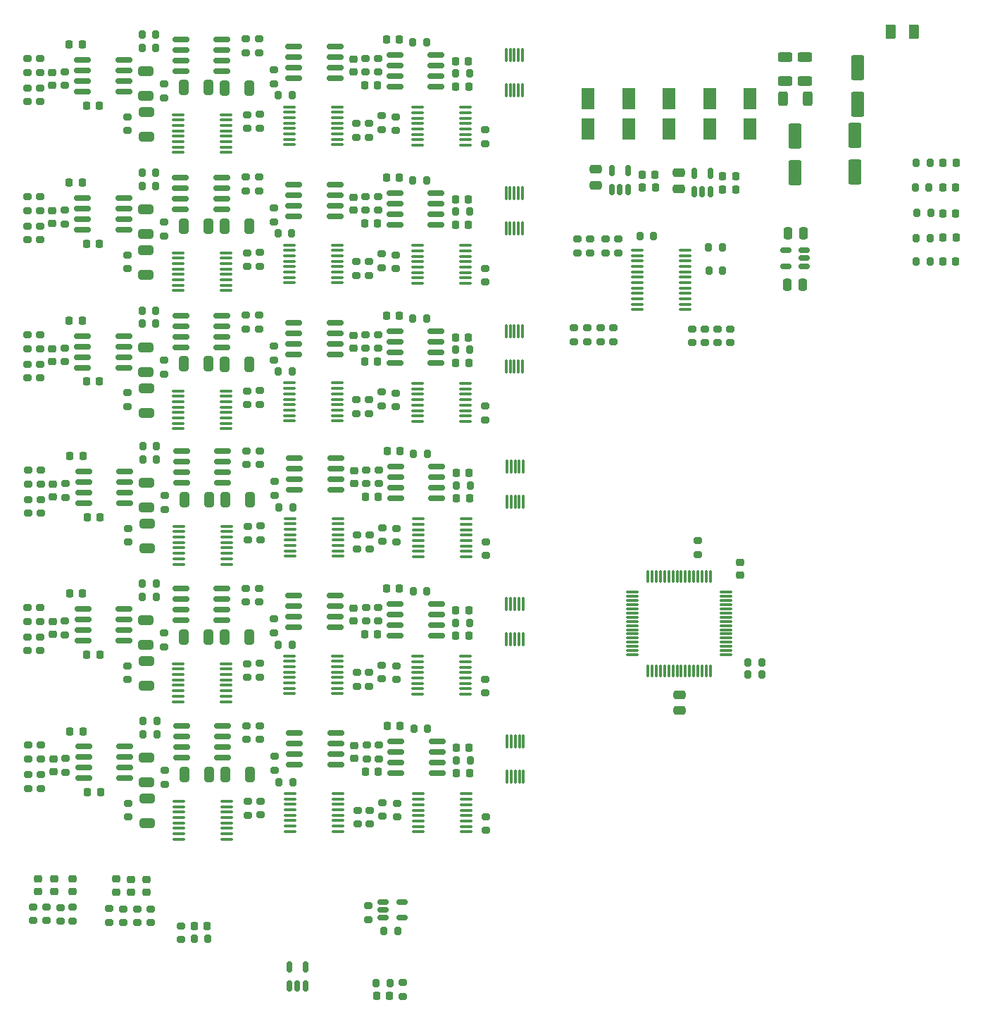
<source format=gtp>
G04 #@! TF.GenerationSoftware,KiCad,Pcbnew,8.0.3-8.0.3-0~ubuntu20.04.1*
G04 #@! TF.CreationDate,2024-09-26T03:44:41-03:00*
G04 #@! TF.ProjectId,EEG_board,4545475f-626f-4617-9264-2e6b69636164,rev?*
G04 #@! TF.SameCoordinates,Original*
G04 #@! TF.FileFunction,Paste,Top*
G04 #@! TF.FilePolarity,Positive*
%FSLAX46Y46*%
G04 Gerber Fmt 4.6, Leading zero omitted, Abs format (unit mm)*
G04 Created by KiCad (PCBNEW 8.0.3-8.0.3-0~ubuntu20.04.1) date 2024-09-26 03:44:41*
%MOMM*%
%LPD*%
G01*
G04 APERTURE LIST*
G04 Aperture macros list*
%AMRoundRect*
0 Rectangle with rounded corners*
0 $1 Rounding radius*
0 $2 $3 $4 $5 $6 $7 $8 $9 X,Y pos of 4 corners*
0 Add a 4 corners polygon primitive as box body*
4,1,4,$2,$3,$4,$5,$6,$7,$8,$9,$2,$3,0*
0 Add four circle primitives for the rounded corners*
1,1,$1+$1,$2,$3*
1,1,$1+$1,$4,$5*
1,1,$1+$1,$6,$7*
1,1,$1+$1,$8,$9*
0 Add four rect primitives between the rounded corners*
20,1,$1+$1,$2,$3,$4,$5,0*
20,1,$1+$1,$4,$5,$6,$7,0*
20,1,$1+$1,$6,$7,$8,$9,0*
20,1,$1+$1,$8,$9,$2,$3,0*%
G04 Aperture macros list end*
%ADD10RoundRect,0.200000X-0.275000X0.200000X-0.275000X-0.200000X0.275000X-0.200000X0.275000X0.200000X0*%
%ADD11RoundRect,0.100000X-0.637500X-0.100000X0.637500X-0.100000X0.637500X0.100000X-0.637500X0.100000X0*%
%ADD12RoundRect,0.200000X0.275000X-0.200000X0.275000X0.200000X-0.275000X0.200000X-0.275000X-0.200000X0*%
%ADD13RoundRect,0.200000X-0.200000X-0.275000X0.200000X-0.275000X0.200000X0.275000X-0.200000X0.275000X0*%
%ADD14RoundRect,0.150000X-0.825000X-0.150000X0.825000X-0.150000X0.825000X0.150000X-0.825000X0.150000X0*%
%ADD15RoundRect,0.200000X0.200000X0.275000X-0.200000X0.275000X-0.200000X-0.275000X0.200000X-0.275000X0*%
%ADD16RoundRect,0.225000X0.250000X-0.225000X0.250000X0.225000X-0.250000X0.225000X-0.250000X-0.225000X0*%
%ADD17RoundRect,0.225000X-0.225000X-0.250000X0.225000X-0.250000X0.225000X0.250000X-0.225000X0.250000X0*%
%ADD18RoundRect,0.218750X0.218750X0.256250X-0.218750X0.256250X-0.218750X-0.256250X0.218750X-0.256250X0*%
%ADD19RoundRect,0.250000X-0.650000X0.325000X-0.650000X-0.325000X0.650000X-0.325000X0.650000X0.325000X0*%
%ADD20RoundRect,0.250000X-0.312500X-0.625000X0.312500X-0.625000X0.312500X0.625000X-0.312500X0.625000X0*%
%ADD21RoundRect,0.225000X0.225000X0.250000X-0.225000X0.250000X-0.225000X-0.250000X0.225000X-0.250000X0*%
%ADD22RoundRect,0.250000X-0.550000X1.250000X-0.550000X-1.250000X0.550000X-1.250000X0.550000X1.250000X0*%
%ADD23RoundRect,0.250000X-0.325000X-0.650000X0.325000X-0.650000X0.325000X0.650000X-0.325000X0.650000X0*%
%ADD24RoundRect,0.150000X0.150000X-0.512500X0.150000X0.512500X-0.150000X0.512500X-0.150000X-0.512500X0*%
%ADD25RoundRect,0.250000X-0.475000X0.250000X-0.475000X-0.250000X0.475000X-0.250000X0.475000X0.250000X0*%
%ADD26RoundRect,0.250000X-0.550000X1.050000X-0.550000X-1.050000X0.550000X-1.050000X0.550000X1.050000X0*%
%ADD27RoundRect,0.087500X0.087500X-0.725000X0.087500X0.725000X-0.087500X0.725000X-0.087500X-0.725000X0*%
%ADD28RoundRect,0.250000X0.550000X-1.050000X0.550000X1.050000X-0.550000X1.050000X-0.550000X-1.050000X0*%
%ADD29RoundRect,0.150000X-0.512500X-0.150000X0.512500X-0.150000X0.512500X0.150000X-0.512500X0.150000X0*%
%ADD30RoundRect,0.225000X-0.250000X0.225000X-0.250000X-0.225000X0.250000X-0.225000X0.250000X0.225000X0*%
%ADD31RoundRect,0.250000X-0.625000X0.312500X-0.625000X-0.312500X0.625000X-0.312500X0.625000X0.312500X0*%
%ADD32RoundRect,0.250000X0.250000X0.475000X-0.250000X0.475000X-0.250000X-0.475000X0.250000X-0.475000X0*%
%ADD33RoundRect,0.250000X0.625000X-0.312500X0.625000X0.312500X-0.625000X0.312500X-0.625000X-0.312500X0*%
%ADD34RoundRect,0.075000X-0.662500X-0.075000X0.662500X-0.075000X0.662500X0.075000X-0.662500X0.075000X0*%
%ADD35RoundRect,0.075000X-0.075000X-0.662500X0.075000X-0.662500X0.075000X0.662500X-0.075000X0.662500X0*%
%ADD36RoundRect,0.250000X0.375000X0.625000X-0.375000X0.625000X-0.375000X-0.625000X0.375000X-0.625000X0*%
%ADD37RoundRect,0.250000X-0.250000X-0.475000X0.250000X-0.475000X0.250000X0.475000X-0.250000X0.475000X0*%
%ADD38RoundRect,0.150000X0.512500X0.150000X-0.512500X0.150000X-0.512500X-0.150000X0.512500X-0.150000X0*%
G04 APERTURE END LIST*
D10*
X40670000Y-78920000D03*
X40670000Y-80570000D03*
D11*
X83187928Y-116030000D03*
X83187928Y-116680000D03*
X83187928Y-117330000D03*
X83187928Y-117980000D03*
X83187928Y-118630000D03*
X83187928Y-119280000D03*
X83187928Y-119930000D03*
X83187928Y-120580000D03*
X88912928Y-120580000D03*
X88912928Y-119930000D03*
X88912928Y-119280000D03*
X88912928Y-118630000D03*
X88912928Y-117980000D03*
X88912928Y-117330000D03*
X88912928Y-116680000D03*
X88912928Y-116030000D03*
D12*
X37676464Y-99078822D03*
X37676464Y-97428822D03*
D13*
X66345000Y-131115000D03*
X67995000Y-131115000D03*
D12*
X77142500Y-164135000D03*
X77142500Y-162485000D03*
D14*
X42845000Y-126865000D03*
X42845000Y-128135000D03*
X42845000Y-129405000D03*
X42845000Y-130675000D03*
X47795000Y-130675000D03*
X47795000Y-129405000D03*
X47795000Y-128135000D03*
X47795000Y-126865000D03*
D12*
X36195000Y-128340000D03*
X36195000Y-126690000D03*
X36170000Y-78970000D03*
X36170000Y-77320000D03*
X78791464Y-102438822D03*
X78791464Y-100788822D03*
D15*
X51725000Y-141890000D03*
X50075000Y-141890000D03*
D13*
X109835000Y-82010000D03*
X111485000Y-82010000D03*
D14*
X68201464Y-92423822D03*
X68201464Y-93693822D03*
X68201464Y-94963822D03*
X68201464Y-96233822D03*
X73151464Y-96233822D03*
X73151464Y-94963822D03*
X73151464Y-93693822D03*
X73151464Y-92423822D03*
D16*
X39370000Y-160805000D03*
X39370000Y-159255000D03*
D14*
X80375000Y-60290000D03*
X80375000Y-61560000D03*
X80375000Y-62830000D03*
X80375000Y-64100000D03*
X85325000Y-64100000D03*
X85325000Y-62830000D03*
X85325000Y-61560000D03*
X85325000Y-60290000D03*
D17*
X43320000Y-132315000D03*
X44870000Y-132315000D03*
D13*
X82625000Y-141220000D03*
X84275000Y-141220000D03*
D16*
X75462928Y-111780000D03*
X75462928Y-110230000D03*
D14*
X80462928Y-109750000D03*
X80462928Y-111020000D03*
X80462928Y-112290000D03*
X80462928Y-113560000D03*
X85412928Y-113560000D03*
X85412928Y-112290000D03*
X85412928Y-111020000D03*
X85412928Y-109750000D03*
D11*
X83120000Y-132540000D03*
X83120000Y-133190000D03*
X83120000Y-133840000D03*
X83120000Y-134490000D03*
X83120000Y-135140000D03*
X83120000Y-135790000D03*
X83120000Y-136440000D03*
X83120000Y-137090000D03*
X88845000Y-137090000D03*
X88845000Y-136440000D03*
X88845000Y-135790000D03*
X88845000Y-135140000D03*
X88845000Y-134490000D03*
X88845000Y-133840000D03*
X88845000Y-133190000D03*
X88845000Y-132540000D03*
D10*
X75850000Y-151015000D03*
X75850000Y-152665000D03*
X37762928Y-110180000D03*
X37762928Y-111830000D03*
D13*
X82520000Y-75330000D03*
X84170000Y-75330000D03*
D14*
X54601464Y-91623822D03*
X54601464Y-92893822D03*
X54601464Y-94163822D03*
X54601464Y-95433822D03*
X59551464Y-95433822D03*
X59551464Y-94163822D03*
X59551464Y-92893822D03*
X59551464Y-91623822D03*
D16*
X41600000Y-160775000D03*
X41600000Y-159225000D03*
D18*
X147837500Y-82240000D03*
X146262500Y-82240000D03*
D13*
X118115000Y-86220000D03*
X119765000Y-86220000D03*
D19*
X50450000Y-67150000D03*
X50450000Y-70100000D03*
D20*
X127057500Y-65570000D03*
X129982500Y-65570000D03*
D12*
X80577928Y-118815000D03*
X80577928Y-117165000D03*
D14*
X54687928Y-107900000D03*
X54687928Y-109170000D03*
X54687928Y-110440000D03*
X54687928Y-111710000D03*
X59637928Y-111710000D03*
X59637928Y-110440000D03*
X59637928Y-109170000D03*
X59637928Y-107900000D03*
D12*
X78410000Y-144835000D03*
X78410000Y-143185000D03*
D10*
X76870000Y-126665000D03*
X76870000Y-128315000D03*
D15*
X51712928Y-108860000D03*
X50062928Y-108860000D03*
D12*
X78790000Y-69255000D03*
X78790000Y-67605000D03*
D14*
X42925000Y-143385000D03*
X42925000Y-144655000D03*
X42925000Y-145925000D03*
X42925000Y-147195000D03*
X47875000Y-147195000D03*
X47875000Y-145925000D03*
X47875000Y-144655000D03*
X47875000Y-143385000D03*
D13*
X143135000Y-79290000D03*
X144785000Y-79290000D03*
D21*
X78265000Y-63920000D03*
X76715000Y-63920000D03*
X78365000Y-146410000D03*
X76815000Y-146410000D03*
D12*
X37775000Y-148385000D03*
X37775000Y-146735000D03*
D10*
X65820000Y-128045000D03*
X65820000Y-129695000D03*
D21*
X42751464Y-92228822D03*
X41201464Y-92228822D03*
D13*
X50062928Y-107260000D03*
X51712928Y-107260000D03*
D22*
X128510000Y-70040000D03*
X128510000Y-74440000D03*
D10*
X77250000Y-68525000D03*
X77250000Y-70175000D03*
D11*
X83095000Y-83170000D03*
X83095000Y-83820000D03*
X83095000Y-84470000D03*
X83095000Y-85120000D03*
X83095000Y-85770000D03*
X83095000Y-86420000D03*
X83095000Y-87070000D03*
X83095000Y-87720000D03*
X88820000Y-87720000D03*
X88820000Y-87070000D03*
X88820000Y-86420000D03*
X88820000Y-85770000D03*
X88820000Y-85120000D03*
X88820000Y-84470000D03*
X88820000Y-83820000D03*
X88820000Y-83170000D03*
D19*
X50451464Y-100333822D03*
X50451464Y-103283822D03*
D16*
X75376464Y-95503822D03*
X75376464Y-93953822D03*
D10*
X37670000Y-77320000D03*
X37670000Y-78970000D03*
D12*
X80485000Y-85955000D03*
X80485000Y-84305000D03*
X78311464Y-95528822D03*
X78311464Y-93878822D03*
D22*
X135990000Y-61810000D03*
X135990000Y-66210000D03*
D17*
X43400000Y-148835000D03*
X44950000Y-148835000D03*
D19*
X50426464Y-95433822D03*
X50426464Y-98383822D03*
X50512928Y-111710000D03*
X50512928Y-114660000D03*
D10*
X40675000Y-62320000D03*
X40675000Y-63970000D03*
D12*
X107190000Y-84065000D03*
X107190000Y-82415000D03*
D13*
X82612928Y-108190000D03*
X84262928Y-108190000D03*
D15*
X89412928Y-111985000D03*
X87762928Y-111985000D03*
D21*
X42745000Y-75645000D03*
X41195000Y-75645000D03*
D11*
X54400428Y-116910000D03*
X54400428Y-117560000D03*
X54400428Y-118210000D03*
X54400428Y-118860000D03*
X54400428Y-119510000D03*
X54400428Y-120160000D03*
X54400428Y-120810000D03*
X54400428Y-121460000D03*
X60125428Y-121460000D03*
X60125428Y-120810000D03*
X60125428Y-120160000D03*
X60125428Y-119510000D03*
X60125428Y-118860000D03*
X60125428Y-118210000D03*
X60125428Y-117560000D03*
X60125428Y-116910000D03*
D14*
X80376464Y-93473822D03*
X80376464Y-94743822D03*
X80376464Y-96013822D03*
X80376464Y-97283822D03*
X85326464Y-97283822D03*
X85326464Y-96013822D03*
X85326464Y-94743822D03*
X85326464Y-93473822D03*
D10*
X40695000Y-128290000D03*
X40695000Y-129940000D03*
D16*
X75375000Y-62320000D03*
X75375000Y-60770000D03*
D15*
X80685000Y-165560000D03*
X79035000Y-165560000D03*
D23*
X59900000Y-64275000D03*
X62850000Y-64275000D03*
D17*
X79422928Y-107880000D03*
X80972928Y-107880000D03*
D12*
X36195000Y-131865000D03*
X36195000Y-130215000D03*
D11*
X67685450Y-83115000D03*
X67685450Y-83765000D03*
X67685450Y-84415000D03*
X67685450Y-85065000D03*
X67685450Y-85715000D03*
X67685450Y-86365000D03*
X67685450Y-87015000D03*
X67685450Y-87665000D03*
X73410450Y-87665000D03*
X73410450Y-87015000D03*
X73410450Y-86365000D03*
X73410450Y-85715000D03*
X73410450Y-85065000D03*
X73410450Y-84415000D03*
X73410450Y-83765000D03*
X73410450Y-83115000D03*
D21*
X42770000Y-125015000D03*
X41220000Y-125015000D03*
D24*
X67687500Y-172117500D03*
X68637500Y-172117500D03*
X69587500Y-172117500D03*
X69587500Y-169842500D03*
X67687500Y-169842500D03*
D19*
X50445000Y-83750000D03*
X50445000Y-86700000D03*
D12*
X37695000Y-131865000D03*
X37695000Y-130215000D03*
X41595000Y-164335000D03*
X41595000Y-162685000D03*
D13*
X82525000Y-58730000D03*
X84175000Y-58730000D03*
D23*
X59987928Y-113735000D03*
X62937928Y-113735000D03*
D14*
X68300000Y-141730000D03*
X68300000Y-143000000D03*
X68300000Y-144270000D03*
X68300000Y-145540000D03*
X73250000Y-145540000D03*
X73250000Y-144270000D03*
X73250000Y-143000000D03*
X73250000Y-141730000D03*
D17*
X79336464Y-91603822D03*
X80886464Y-91603822D03*
D13*
X66425000Y-147635000D03*
X68075000Y-147635000D03*
D10*
X36845000Y-162645000D03*
X36845000Y-164295000D03*
X65900000Y-144565000D03*
X65900000Y-146215000D03*
X46030000Y-162845000D03*
X46030000Y-164495000D03*
X64100000Y-140865000D03*
X64100000Y-142515000D03*
D23*
X60000000Y-146765000D03*
X62950000Y-146765000D03*
D10*
X91300000Y-151790000D03*
X91300000Y-153440000D03*
D25*
X114540000Y-74450000D03*
X114540000Y-76350000D03*
D17*
X87762928Y-113560000D03*
X89312928Y-113560000D03*
D26*
X103580000Y-65540000D03*
X103580000Y-69140000D03*
D27*
X93725000Y-64492500D03*
X94225000Y-64492500D03*
X94725000Y-64492500D03*
X95225000Y-64492500D03*
X95725000Y-64492500D03*
X95725000Y-60267500D03*
X95225000Y-60267500D03*
X94725000Y-60267500D03*
X94225000Y-60267500D03*
X93725000Y-60267500D03*
D19*
X50525000Y-144740000D03*
X50525000Y-147690000D03*
D25*
X104470000Y-74020000D03*
X104470000Y-75920000D03*
D10*
X65887928Y-111535000D03*
X65887928Y-113185000D03*
X91195000Y-85900000D03*
X91195000Y-87550000D03*
D23*
X54975000Y-64225000D03*
X57925000Y-64225000D03*
D10*
X91287928Y-118760000D03*
X91287928Y-120410000D03*
X64110000Y-133395000D03*
X64110000Y-135045000D03*
X40676464Y-95503822D03*
X40676464Y-97153822D03*
D21*
X89206464Y-94203822D03*
X87656464Y-94203822D03*
D15*
X89326464Y-95708822D03*
X87676464Y-95708822D03*
D11*
X83100000Y-66570000D03*
X83100000Y-67220000D03*
X83100000Y-67870000D03*
X83100000Y-68520000D03*
X83100000Y-69170000D03*
X83100000Y-69820000D03*
X83100000Y-70470000D03*
X83100000Y-71120000D03*
X88825000Y-71120000D03*
X88825000Y-70470000D03*
X88825000Y-69820000D03*
X88825000Y-69170000D03*
X88825000Y-68520000D03*
X88825000Y-67870000D03*
X88825000Y-67220000D03*
X88825000Y-66570000D03*
D19*
X50470000Y-133120000D03*
X50470000Y-136070000D03*
D12*
X36262928Y-111830000D03*
X36262928Y-110180000D03*
X48312928Y-118810000D03*
X48312928Y-117160000D03*
D28*
X118190000Y-69140000D03*
X118190000Y-65540000D03*
D10*
X37775000Y-143210000D03*
X37775000Y-144860000D03*
D29*
X78947500Y-162050000D03*
X78947500Y-163000000D03*
X78947500Y-163950000D03*
X81222500Y-163950000D03*
X81222500Y-162050000D03*
D12*
X36176464Y-95553822D03*
X36176464Y-93903822D03*
D16*
X50460000Y-160895000D03*
X50460000Y-159345000D03*
D23*
X55062928Y-113685000D03*
X58012928Y-113685000D03*
D10*
X64190000Y-149915000D03*
X64190000Y-151565000D03*
X40762928Y-111780000D03*
X40762928Y-113430000D03*
D13*
X118085000Y-83430000D03*
X119735000Y-83430000D03*
D14*
X54620000Y-124410000D03*
X54620000Y-125680000D03*
X54620000Y-126950000D03*
X54620000Y-128220000D03*
X59570000Y-128220000D03*
X59570000Y-126950000D03*
X59570000Y-125680000D03*
X59570000Y-124410000D03*
D10*
X91200000Y-69300000D03*
X91200000Y-70950000D03*
D13*
X143042500Y-85120000D03*
X144692500Y-85120000D03*
D10*
X64090000Y-67425000D03*
X64090000Y-69075000D03*
X105060000Y-93075000D03*
X105060000Y-94725000D03*
X77270000Y-134495000D03*
X77270000Y-136145000D03*
D12*
X48325000Y-151840000D03*
X48325000Y-150190000D03*
D23*
X59901464Y-97458822D03*
X62851464Y-97458822D03*
D10*
X40775000Y-144810000D03*
X40775000Y-146460000D03*
D15*
X89320000Y-79125000D03*
X87670000Y-79125000D03*
D26*
X123060000Y-65540000D03*
X123060000Y-69140000D03*
D10*
X75837928Y-117985000D03*
X75837928Y-119635000D03*
D17*
X87670000Y-80700000D03*
X89220000Y-80700000D03*
D11*
X83101464Y-99753822D03*
X83101464Y-100403822D03*
X83101464Y-101053822D03*
X83101464Y-101703822D03*
X83101464Y-102353822D03*
X83101464Y-103003822D03*
X83101464Y-103653822D03*
X83101464Y-104303822D03*
X88826464Y-104303822D03*
X88826464Y-103653822D03*
X88826464Y-103003822D03*
X88826464Y-102353822D03*
X88826464Y-101703822D03*
X88826464Y-101053822D03*
X88826464Y-100403822D03*
X88826464Y-99753822D03*
D12*
X78785000Y-85855000D03*
X78785000Y-84205000D03*
X36275000Y-148385000D03*
X36275000Y-146735000D03*
X52712928Y-114885000D03*
X52712928Y-113235000D03*
X37762928Y-115355000D03*
X37762928Y-113705000D03*
D30*
X39195000Y-128340000D03*
X39195000Y-129890000D03*
D10*
X75751464Y-101708822D03*
X75751464Y-103358822D03*
D31*
X129620000Y-60537500D03*
X129620000Y-63462500D03*
D10*
X106650000Y-93075000D03*
X106650000Y-94725000D03*
D17*
X110065000Y-74670000D03*
X111615000Y-74670000D03*
D13*
X66325000Y-65145000D03*
X67975000Y-65145000D03*
D16*
X75395000Y-128290000D03*
X75395000Y-126740000D03*
D11*
X67690450Y-66515000D03*
X67690450Y-67165000D03*
X67690450Y-67815000D03*
X67690450Y-68465000D03*
X67690450Y-69115000D03*
X67690450Y-69765000D03*
X67690450Y-70415000D03*
X67690450Y-71065000D03*
X73415450Y-71065000D03*
X73415450Y-70415000D03*
X73415450Y-69765000D03*
X73415450Y-69115000D03*
X73415450Y-68465000D03*
X73415450Y-67815000D03*
X73415450Y-67165000D03*
X73415450Y-66515000D03*
D14*
X54700000Y-140930000D03*
X54700000Y-142200000D03*
X54700000Y-143470000D03*
X54700000Y-144740000D03*
X59650000Y-144740000D03*
X59650000Y-143470000D03*
X59650000Y-142200000D03*
X59650000Y-140930000D03*
D11*
X54307500Y-84050000D03*
X54307500Y-84700000D03*
X54307500Y-85350000D03*
X54307500Y-86000000D03*
X54307500Y-86650000D03*
X54307500Y-87300000D03*
X54307500Y-87950000D03*
X54307500Y-88600000D03*
X60032500Y-88600000D03*
X60032500Y-87950000D03*
X60032500Y-87300000D03*
X60032500Y-86650000D03*
X60032500Y-86000000D03*
X60032500Y-85350000D03*
X60032500Y-84700000D03*
X60032500Y-84050000D03*
D23*
X59895000Y-80875000D03*
X62845000Y-80875000D03*
D10*
X40135000Y-162700000D03*
X40135000Y-164350000D03*
D19*
X50445000Y-128220000D03*
X50445000Y-131170000D03*
D21*
X89305000Y-143510000D03*
X87755000Y-143510000D03*
D10*
X64020000Y-124345000D03*
X64020000Y-125995000D03*
D17*
X79355000Y-124390000D03*
X80905000Y-124390000D03*
D12*
X52620000Y-82025000D03*
X52620000Y-80375000D03*
D17*
X119780000Y-74870000D03*
X121330000Y-74870000D03*
D10*
X81350000Y-171725000D03*
X81350000Y-173375000D03*
D11*
X83200000Y-149060000D03*
X83200000Y-149710000D03*
X83200000Y-150360000D03*
X83200000Y-151010000D03*
X83200000Y-151660000D03*
X83200000Y-152310000D03*
X83200000Y-152960000D03*
X83200000Y-153610000D03*
X88925000Y-153610000D03*
X88925000Y-152960000D03*
X88925000Y-152310000D03*
X88925000Y-151660000D03*
X88925000Y-151010000D03*
X88925000Y-150360000D03*
X88925000Y-149710000D03*
X88925000Y-149060000D03*
D17*
X87775000Y-146590000D03*
X89325000Y-146590000D03*
D13*
X49975000Y-57800000D03*
X51625000Y-57800000D03*
D10*
X76851464Y-93878822D03*
X76851464Y-95528822D03*
D12*
X48225000Y-69350000D03*
X48225000Y-67700000D03*
D21*
X78260000Y-80520000D03*
X76710000Y-80520000D03*
X89200000Y-77620000D03*
X87650000Y-77620000D03*
D17*
X87676464Y-97283822D03*
X89226464Y-97283822D03*
D12*
X54640000Y-166585000D03*
X54640000Y-164935000D03*
D10*
X91220000Y-135270000D03*
X91220000Y-136920000D03*
D17*
X78140000Y-173280000D03*
X79690000Y-173280000D03*
D13*
X56205000Y-166470000D03*
X57855000Y-166470000D03*
D14*
X80395000Y-126260000D03*
X80395000Y-127530000D03*
X80395000Y-128800000D03*
X80395000Y-130070000D03*
X85345000Y-130070000D03*
X85345000Y-128800000D03*
X85345000Y-127530000D03*
X85345000Y-126260000D03*
D12*
X80590000Y-151845000D03*
X80590000Y-150195000D03*
D17*
X56255000Y-164960000D03*
X57805000Y-164960000D03*
D32*
X129512500Y-81687500D03*
X127612500Y-81687500D03*
D12*
X62420000Y-125995000D03*
X62420000Y-124345000D03*
D10*
X103470000Y-93075000D03*
X103470000Y-94725000D03*
X76850000Y-60695000D03*
X76850000Y-62345000D03*
X119120000Y-93195000D03*
X119120000Y-94845000D03*
D27*
X93726464Y-97676322D03*
X94226464Y-97676322D03*
X94726464Y-97676322D03*
X95226464Y-97676322D03*
X95726464Y-97676322D03*
X95726464Y-93451322D03*
X95226464Y-93451322D03*
X94726464Y-93451322D03*
X94226464Y-93451322D03*
X93726464Y-93451322D03*
X93825000Y-146982500D03*
X94325000Y-146982500D03*
X94825000Y-146982500D03*
X95325000Y-146982500D03*
X95825000Y-146982500D03*
X95825000Y-142757500D03*
X95325000Y-142757500D03*
X94825000Y-142757500D03*
X94325000Y-142757500D03*
X93825000Y-142757500D03*
D12*
X78305000Y-78945000D03*
X78305000Y-77295000D03*
D13*
X66320000Y-81745000D03*
X67970000Y-81745000D03*
D12*
X36175000Y-65895000D03*
X36175000Y-64245000D03*
X36262928Y-115355000D03*
X36262928Y-113705000D03*
D33*
X127260000Y-63442500D03*
X127260000Y-60517500D03*
D27*
X93720000Y-81092500D03*
X94220000Y-81092500D03*
X94720000Y-81092500D03*
X95220000Y-81092500D03*
X95720000Y-81092500D03*
X95720000Y-76867500D03*
X95220000Y-76867500D03*
X94720000Y-76867500D03*
X94220000Y-76867500D03*
X93720000Y-76867500D03*
D22*
X135630000Y-69970000D03*
X135630000Y-74370000D03*
D15*
X79765000Y-171760000D03*
X78115000Y-171760000D03*
D18*
X147807500Y-85120000D03*
X146232500Y-85120000D03*
D14*
X42825000Y-60895000D03*
X42825000Y-62165000D03*
X42825000Y-63435000D03*
X42825000Y-64705000D03*
X47775000Y-64705000D03*
X47775000Y-63435000D03*
X47775000Y-62165000D03*
X47775000Y-60895000D03*
X54595000Y-75040000D03*
X54595000Y-76310000D03*
X54595000Y-77580000D03*
X54595000Y-78850000D03*
X59545000Y-78850000D03*
X59545000Y-77580000D03*
X59545000Y-76310000D03*
X59545000Y-75040000D03*
D13*
X66412928Y-114605000D03*
X68062928Y-114605000D03*
D10*
X120640000Y-93195000D03*
X120640000Y-94845000D03*
D23*
X59920000Y-130245000D03*
X62870000Y-130245000D03*
D10*
X62600000Y-67465000D03*
X62600000Y-69115000D03*
D28*
X113320000Y-69140000D03*
X113320000Y-65540000D03*
D15*
X89345000Y-128495000D03*
X87695000Y-128495000D03*
D16*
X46810000Y-160855000D03*
X46810000Y-159305000D03*
D12*
X78310000Y-62345000D03*
X78310000Y-60695000D03*
D15*
X89425000Y-145015000D03*
X87775000Y-145015000D03*
D11*
X54332500Y-133420000D03*
X54332500Y-134070000D03*
X54332500Y-134720000D03*
X54332500Y-135370000D03*
X54332500Y-136020000D03*
X54332500Y-136670000D03*
X54332500Y-137320000D03*
X54332500Y-137970000D03*
X60057500Y-137970000D03*
X60057500Y-137320000D03*
X60057500Y-136670000D03*
X60057500Y-136020000D03*
X60057500Y-135370000D03*
X60057500Y-134720000D03*
X60057500Y-134070000D03*
X60057500Y-133420000D03*
D16*
X37470000Y-160785000D03*
X37470000Y-159235000D03*
X121880000Y-122790000D03*
X121880000Y-121240000D03*
D10*
X77251464Y-101708822D03*
X77251464Y-103358822D03*
D18*
X147797500Y-79320000D03*
X146222500Y-79320000D03*
D10*
X76937928Y-110155000D03*
X76937928Y-111805000D03*
D24*
X116380000Y-76745000D03*
X117330000Y-76745000D03*
X118280000Y-76745000D03*
X118280000Y-74470000D03*
X116380000Y-74470000D03*
D13*
X82526464Y-91913822D03*
X84176464Y-91913822D03*
D10*
X75770000Y-134495000D03*
X75770000Y-136145000D03*
D12*
X78890000Y-151745000D03*
X78890000Y-150095000D03*
D13*
X66326464Y-98328822D03*
X67976464Y-98328822D03*
D10*
X117600000Y-93195000D03*
X117600000Y-94845000D03*
D23*
X54970000Y-80825000D03*
X57920000Y-80825000D03*
D34*
X108877500Y-124840000D03*
X108877500Y-125340000D03*
X108877500Y-125840000D03*
X108877500Y-126340000D03*
X108877500Y-126840000D03*
X108877500Y-127340000D03*
X108877500Y-127840000D03*
X108877500Y-128340000D03*
X108877500Y-128840000D03*
X108877500Y-129340000D03*
X108877500Y-129840000D03*
X108877500Y-130340000D03*
X108877500Y-130840000D03*
X108877500Y-131340000D03*
X108877500Y-131840000D03*
X108877500Y-132340000D03*
D35*
X110790000Y-134252500D03*
X111290000Y-134252500D03*
X111790000Y-134252500D03*
X112290000Y-134252500D03*
X112790000Y-134252500D03*
X113290000Y-134252500D03*
X113790000Y-134252500D03*
X114290000Y-134252500D03*
X114790000Y-134252500D03*
X115290000Y-134252500D03*
X115790000Y-134252500D03*
X116290000Y-134252500D03*
X116790000Y-134252500D03*
X117290000Y-134252500D03*
X117790000Y-134252500D03*
X118290000Y-134252500D03*
D34*
X120202500Y-132340000D03*
X120202500Y-131840000D03*
X120202500Y-131340000D03*
X120202500Y-130840000D03*
X120202500Y-130340000D03*
X120202500Y-129840000D03*
X120202500Y-129340000D03*
X120202500Y-128840000D03*
X120202500Y-128340000D03*
X120202500Y-127840000D03*
X120202500Y-127340000D03*
X120202500Y-126840000D03*
X120202500Y-126340000D03*
X120202500Y-125840000D03*
X120202500Y-125340000D03*
X120202500Y-124840000D03*
D35*
X118290000Y-122927500D03*
X117790000Y-122927500D03*
X117290000Y-122927500D03*
X116790000Y-122927500D03*
X116290000Y-122927500D03*
X115790000Y-122927500D03*
X115290000Y-122927500D03*
X114790000Y-122927500D03*
X114290000Y-122927500D03*
X113790000Y-122927500D03*
X113290000Y-122927500D03*
X112790000Y-122927500D03*
X112290000Y-122927500D03*
X111790000Y-122927500D03*
X111290000Y-122927500D03*
X110790000Y-122927500D03*
D10*
X75750000Y-68525000D03*
X75750000Y-70175000D03*
X62595000Y-84065000D03*
X62595000Y-85715000D03*
D12*
X78810000Y-135225000D03*
X78810000Y-133575000D03*
D18*
X147797500Y-76210000D03*
X146222500Y-76210000D03*
D14*
X80370000Y-76890000D03*
X80370000Y-78160000D03*
X80370000Y-79430000D03*
X80370000Y-80700000D03*
X85320000Y-80700000D03*
X85320000Y-79430000D03*
X85320000Y-78160000D03*
X85320000Y-76890000D03*
D21*
X89225000Y-126990000D03*
X87675000Y-126990000D03*
D17*
X110120000Y-76220000D03*
X111670000Y-76220000D03*
D11*
X54312500Y-67450000D03*
X54312500Y-68100000D03*
X54312500Y-68750000D03*
X54312500Y-69400000D03*
X54312500Y-70050000D03*
X54312500Y-70700000D03*
X54312500Y-71350000D03*
X54312500Y-72000000D03*
X60037500Y-72000000D03*
X60037500Y-71350000D03*
X60037500Y-70700000D03*
X60037500Y-70050000D03*
X60037500Y-69400000D03*
X60037500Y-68750000D03*
X60037500Y-68100000D03*
X60037500Y-67450000D03*
D21*
X78266464Y-97103822D03*
X76716464Y-97103822D03*
D10*
X77350000Y-151015000D03*
X77350000Y-152665000D03*
D19*
X50425000Y-62250000D03*
X50425000Y-65200000D03*
D24*
X106470000Y-76425000D03*
X107420000Y-76425000D03*
X108370000Y-76425000D03*
X108370000Y-74150000D03*
X106470000Y-74150000D03*
D17*
X87695000Y-130070000D03*
X89245000Y-130070000D03*
X79435000Y-140910000D03*
X80985000Y-140910000D03*
D12*
X52626464Y-98608822D03*
X52626464Y-96958822D03*
D13*
X143065000Y-73210000D03*
X144715000Y-73210000D03*
X143040000Y-82270000D03*
X144690000Y-82270000D03*
D12*
X62401464Y-93208822D03*
X62401464Y-91558822D03*
D17*
X43301464Y-99528822D03*
X44851464Y-99528822D03*
D10*
X65800000Y-62075000D03*
X65800000Y-63725000D03*
D13*
X122805000Y-133260000D03*
X124455000Y-133260000D03*
D21*
X42850000Y-141535000D03*
X41300000Y-141535000D03*
D14*
X54600000Y-58440000D03*
X54600000Y-59710000D03*
X54600000Y-60980000D03*
X54600000Y-62250000D03*
X59550000Y-62250000D03*
X59550000Y-60980000D03*
X59550000Y-59710000D03*
X59550000Y-58440000D03*
D10*
X76845000Y-77295000D03*
X76845000Y-78945000D03*
D15*
X51620000Y-76000000D03*
X49970000Y-76000000D03*
D10*
X116080000Y-93195000D03*
X116080000Y-94845000D03*
X64087928Y-107835000D03*
X64087928Y-109485000D03*
D14*
X42826464Y-94078822D03*
X42826464Y-95348822D03*
X42826464Y-96618822D03*
X42826464Y-97888822D03*
X47776464Y-97888822D03*
X47776464Y-96618822D03*
X47776464Y-95348822D03*
X47776464Y-94078822D03*
D10*
X77337928Y-117985000D03*
X77337928Y-119635000D03*
D14*
X42820000Y-77495000D03*
X42820000Y-78765000D03*
X42820000Y-80035000D03*
X42820000Y-81305000D03*
X47770000Y-81305000D03*
X47770000Y-80035000D03*
X47770000Y-78765000D03*
X47770000Y-77495000D03*
D13*
X49970000Y-74400000D03*
X51620000Y-74400000D03*
D14*
X68195000Y-75840000D03*
X68195000Y-77110000D03*
X68195000Y-78380000D03*
X68195000Y-79650000D03*
X73145000Y-79650000D03*
X73145000Y-78380000D03*
X73145000Y-77110000D03*
X73145000Y-75840000D03*
D10*
X64000000Y-58375000D03*
X64000000Y-60025000D03*
D15*
X89325000Y-62525000D03*
X87675000Y-62525000D03*
D16*
X75475000Y-144810000D03*
X75475000Y-143260000D03*
D12*
X116810000Y-120285000D03*
X116810000Y-118635000D03*
X62395000Y-76625000D03*
X62395000Y-74975000D03*
D14*
X68220000Y-125210000D03*
X68220000Y-126480000D03*
X68220000Y-127750000D03*
X68220000Y-129020000D03*
X73170000Y-129020000D03*
X73170000Y-127750000D03*
X73170000Y-126480000D03*
X73170000Y-125210000D03*
D26*
X108450000Y-65540000D03*
X108450000Y-69140000D03*
D16*
X48630000Y-160905000D03*
X48630000Y-159355000D03*
D12*
X37670000Y-82495000D03*
X37670000Y-80845000D03*
X78397928Y-111805000D03*
X78397928Y-110155000D03*
X78330000Y-128315000D03*
X78330000Y-126665000D03*
X80510000Y-135325000D03*
X80510000Y-133675000D03*
D13*
X49976464Y-90983822D03*
X51626464Y-90983822D03*
D12*
X62487928Y-109485000D03*
X62487928Y-107835000D03*
X62400000Y-60025000D03*
X62400000Y-58375000D03*
D11*
X67790450Y-149005000D03*
X67790450Y-149655000D03*
X67790450Y-150305000D03*
X67790450Y-150955000D03*
X67790450Y-151605000D03*
X67790450Y-152255000D03*
X67790450Y-152905000D03*
X67790450Y-153555000D03*
X73515450Y-153555000D03*
X73515450Y-152905000D03*
X73515450Y-152255000D03*
X73515450Y-151605000D03*
X73515450Y-150955000D03*
X73515450Y-150305000D03*
X73515450Y-149655000D03*
X73515450Y-149005000D03*
D23*
X54976464Y-97408822D03*
X57926464Y-97408822D03*
D15*
X51645000Y-125370000D03*
X49995000Y-125370000D03*
D10*
X62700000Y-149955000D03*
X62700000Y-151605000D03*
D23*
X55075000Y-146715000D03*
X58025000Y-146715000D03*
D17*
X79330000Y-75020000D03*
X80880000Y-75020000D03*
D21*
X89292928Y-110480000D03*
X87742928Y-110480000D03*
D17*
X119780000Y-76470000D03*
X121330000Y-76470000D03*
D21*
X89205000Y-61020000D03*
X87655000Y-61020000D03*
X42750000Y-59045000D03*
X41200000Y-59045000D03*
D12*
X52645000Y-131395000D03*
X52645000Y-129745000D03*
D15*
X51625000Y-59400000D03*
X49975000Y-59400000D03*
D12*
X36275000Y-144860000D03*
X36275000Y-143210000D03*
D13*
X142905000Y-76210000D03*
X144555000Y-76210000D03*
D30*
X39275000Y-144860000D03*
X39275000Y-146410000D03*
D12*
X51040000Y-164515000D03*
X51040000Y-162865000D03*
D10*
X64177928Y-116885000D03*
X64177928Y-118535000D03*
X37695000Y-126690000D03*
X37695000Y-128340000D03*
D13*
X122810000Y-134740000D03*
X124460000Y-134740000D03*
D10*
X76950000Y-143185000D03*
X76950000Y-144835000D03*
X75745000Y-85125000D03*
X75745000Y-86775000D03*
D12*
X36170000Y-82495000D03*
X36170000Y-80845000D03*
D10*
X47730000Y-162895000D03*
X47730000Y-164545000D03*
X37676464Y-93903822D03*
X37676464Y-95553822D03*
D11*
X67691914Y-99698822D03*
X67691914Y-100348822D03*
X67691914Y-100998822D03*
X67691914Y-101648822D03*
X67691914Y-102298822D03*
X67691914Y-102948822D03*
X67691914Y-103598822D03*
X67691914Y-104248822D03*
X73416914Y-104248822D03*
X73416914Y-103598822D03*
X73416914Y-102948822D03*
X73416914Y-102298822D03*
X73416914Y-101648822D03*
X73416914Y-100998822D03*
X73416914Y-100348822D03*
X73416914Y-99698822D03*
D27*
X93745000Y-130462500D03*
X94245000Y-130462500D03*
X94745000Y-130462500D03*
X95245000Y-130462500D03*
X95745000Y-130462500D03*
X95745000Y-126237500D03*
X95245000Y-126237500D03*
X94745000Y-126237500D03*
X94245000Y-126237500D03*
X93745000Y-126237500D03*
D36*
X142800000Y-57480000D03*
X140000000Y-57480000D03*
D10*
X38485000Y-162645000D03*
X38485000Y-164295000D03*
X62620000Y-133435000D03*
X62620000Y-135085000D03*
D13*
X82545000Y-124700000D03*
X84195000Y-124700000D03*
D11*
X67710450Y-132485000D03*
X67710450Y-133135000D03*
X67710450Y-133785000D03*
X67710450Y-134435000D03*
X67710450Y-135085000D03*
X67710450Y-135735000D03*
X67710450Y-136385000D03*
X67710450Y-137035000D03*
X73435450Y-137035000D03*
X73435450Y-136385000D03*
X73435450Y-135735000D03*
X73435450Y-135085000D03*
X73435450Y-134435000D03*
X73435450Y-133785000D03*
X73435450Y-133135000D03*
X73435450Y-132485000D03*
D12*
X52625000Y-65425000D03*
X52625000Y-63775000D03*
D27*
X93812928Y-113952500D03*
X94312928Y-113952500D03*
X94812928Y-113952500D03*
X95312928Y-113952500D03*
X95812928Y-113952500D03*
X95812928Y-109727500D03*
X95312928Y-109727500D03*
X94812928Y-109727500D03*
X94312928Y-109727500D03*
X93812928Y-109727500D03*
D10*
X64001464Y-91558822D03*
X64001464Y-93208822D03*
D18*
X147865000Y-73210000D03*
X146290000Y-73210000D03*
D14*
X42912928Y-110355000D03*
X42912928Y-111625000D03*
X42912928Y-112895000D03*
X42912928Y-114165000D03*
X47862928Y-114165000D03*
X47862928Y-112895000D03*
X47862928Y-111625000D03*
X47862928Y-110355000D03*
D19*
X50550000Y-149640000D03*
X50550000Y-152590000D03*
D12*
X48220000Y-85950000D03*
X48220000Y-84300000D03*
D10*
X101880000Y-93075000D03*
X101880000Y-94725000D03*
D21*
X78352928Y-113380000D03*
X76802928Y-113380000D03*
D12*
X105680000Y-84065000D03*
X105680000Y-82415000D03*
D17*
X43300000Y-66345000D03*
X44850000Y-66345000D03*
D10*
X63995000Y-74975000D03*
X63995000Y-76625000D03*
X91201464Y-102483822D03*
X91201464Y-104133822D03*
D11*
X109510000Y-83740000D03*
X109510000Y-84390000D03*
X109510000Y-85040000D03*
X109510000Y-85690000D03*
X109510000Y-86340000D03*
X109510000Y-86990000D03*
X109510000Y-87640000D03*
X109510000Y-88290000D03*
X109510000Y-88940000D03*
X109510000Y-89590000D03*
X109510000Y-90240000D03*
X109510000Y-90890000D03*
X115235000Y-90890000D03*
X115235000Y-90240000D03*
X115235000Y-89590000D03*
X115235000Y-88940000D03*
X115235000Y-88290000D03*
X115235000Y-87640000D03*
X115235000Y-86990000D03*
X115235000Y-86340000D03*
X115235000Y-85690000D03*
X115235000Y-85040000D03*
X115235000Y-84390000D03*
X115235000Y-83740000D03*
D12*
X80491464Y-102538822D03*
X80491464Y-100888822D03*
D14*
X68200000Y-59240000D03*
X68200000Y-60510000D03*
X68200000Y-61780000D03*
X68200000Y-63050000D03*
X73150000Y-63050000D03*
X73150000Y-61780000D03*
X73150000Y-60510000D03*
X73150000Y-59240000D03*
D23*
X54995000Y-130195000D03*
X57945000Y-130195000D03*
D10*
X65801464Y-95258822D03*
X65801464Y-96908822D03*
X62687928Y-116925000D03*
X62687928Y-118575000D03*
D17*
X79335000Y-58420000D03*
X80885000Y-58420000D03*
D12*
X37675000Y-65895000D03*
X37675000Y-64245000D03*
X103810000Y-84065000D03*
X103810000Y-82415000D03*
D30*
X39170000Y-78970000D03*
X39170000Y-80520000D03*
D19*
X50537928Y-116610000D03*
X50537928Y-119560000D03*
D12*
X102320000Y-84065000D03*
X102320000Y-82415000D03*
D37*
X127522500Y-87867500D03*
X129422500Y-87867500D03*
D10*
X65795000Y-78675000D03*
X65795000Y-80325000D03*
D30*
X39175000Y-62370000D03*
X39175000Y-63920000D03*
D14*
X68287928Y-108700000D03*
X68287928Y-109970000D03*
X68287928Y-111240000D03*
X68287928Y-112510000D03*
X73237928Y-112510000D03*
X73237928Y-111240000D03*
X73237928Y-109970000D03*
X73237928Y-108700000D03*
D17*
X43295000Y-82945000D03*
X44845000Y-82945000D03*
D10*
X64091464Y-100608822D03*
X64091464Y-102258822D03*
D12*
X36176464Y-99078822D03*
X36176464Y-97428822D03*
X48226464Y-102533822D03*
X48226464Y-100883822D03*
D30*
X39262928Y-111830000D03*
X39262928Y-113380000D03*
D17*
X87675000Y-64100000D03*
X89225000Y-64100000D03*
D38*
X129610000Y-85660000D03*
X129610000Y-84710000D03*
X129610000Y-83760000D03*
X127335000Y-83760000D03*
X127335000Y-85660000D03*
D11*
X67778378Y-115975000D03*
X67778378Y-116625000D03*
X67778378Y-117275000D03*
X67778378Y-117925000D03*
X67778378Y-118575000D03*
X67778378Y-119225000D03*
X67778378Y-119875000D03*
X67778378Y-120525000D03*
X73503378Y-120525000D03*
X73503378Y-119875000D03*
X73503378Y-119225000D03*
X73503378Y-118575000D03*
X73503378Y-117925000D03*
X73503378Y-117275000D03*
X73503378Y-116625000D03*
X73503378Y-115975000D03*
D12*
X62500000Y-142515000D03*
X62500000Y-140865000D03*
D10*
X77245000Y-85125000D03*
X77245000Y-86775000D03*
D17*
X43387928Y-115805000D03*
X44937928Y-115805000D03*
D12*
X52725000Y-147915000D03*
X52725000Y-146265000D03*
D10*
X62601464Y-100648822D03*
X62601464Y-102298822D03*
X64085000Y-84025000D03*
X64085000Y-85675000D03*
D15*
X51626464Y-92583822D03*
X49976464Y-92583822D03*
D11*
X54412500Y-149940000D03*
X54412500Y-150590000D03*
X54412500Y-151240000D03*
X54412500Y-151890000D03*
X54412500Y-152540000D03*
X54412500Y-153190000D03*
X54412500Y-153840000D03*
X54412500Y-154490000D03*
X60137500Y-154490000D03*
X60137500Y-153840000D03*
X60137500Y-153190000D03*
X60137500Y-152540000D03*
X60137500Y-151890000D03*
X60137500Y-151240000D03*
X60137500Y-150590000D03*
X60137500Y-149940000D03*
D12*
X48245000Y-135320000D03*
X48245000Y-133670000D03*
D19*
X50420000Y-78850000D03*
X50420000Y-81800000D03*
D25*
X114560000Y-137130000D03*
X114560000Y-139030000D03*
D12*
X78877928Y-118715000D03*
X78877928Y-117065000D03*
X80490000Y-69355000D03*
X80490000Y-67705000D03*
D13*
X49995000Y-123770000D03*
X51645000Y-123770000D03*
D21*
X42837928Y-108505000D03*
X41287928Y-108505000D03*
D30*
X39176464Y-95553822D03*
X39176464Y-97103822D03*
D13*
X50075000Y-140290000D03*
X51725000Y-140290000D03*
D21*
X78285000Y-129890000D03*
X76735000Y-129890000D03*
D14*
X80475000Y-142780000D03*
X80475000Y-144050000D03*
X80475000Y-145320000D03*
X80475000Y-146590000D03*
X85425000Y-146590000D03*
X85425000Y-145320000D03*
X85425000Y-144050000D03*
X85425000Y-142780000D03*
D10*
X37675000Y-60720000D03*
X37675000Y-62370000D03*
D11*
X54313964Y-100633822D03*
X54313964Y-101283822D03*
X54313964Y-101933822D03*
X54313964Y-102583822D03*
X54313964Y-103233822D03*
X54313964Y-103883822D03*
X54313964Y-104533822D03*
X54313964Y-105183822D03*
X60038964Y-105183822D03*
X60038964Y-104533822D03*
X60038964Y-103883822D03*
X60038964Y-103233822D03*
X60038964Y-102583822D03*
X60038964Y-101933822D03*
X60038964Y-101283822D03*
X60038964Y-100633822D03*
D10*
X49400000Y-162875000D03*
X49400000Y-164525000D03*
D16*
X75370000Y-78920000D03*
X75370000Y-77370000D03*
D12*
X36175000Y-62370000D03*
X36175000Y-60720000D03*
M02*

</source>
